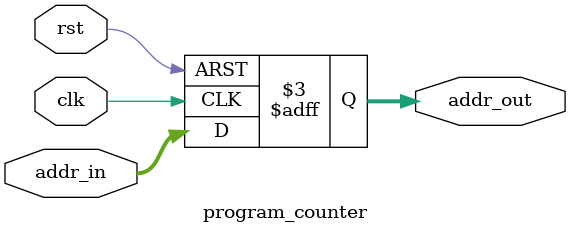
<source format=v>
module program_counter(clk, rst, addr_in, addr_out);
	input clk, rst;
	input [31:0] addr_in;
	output reg [31:0] addr_out;

	always @(negedge rst or posedge clk) begin
		if (!rst) begin
			addr_out <= 0;
		end
		else begin
			addr_out <= addr_in;
		end
	end
	
endmodule

</source>
